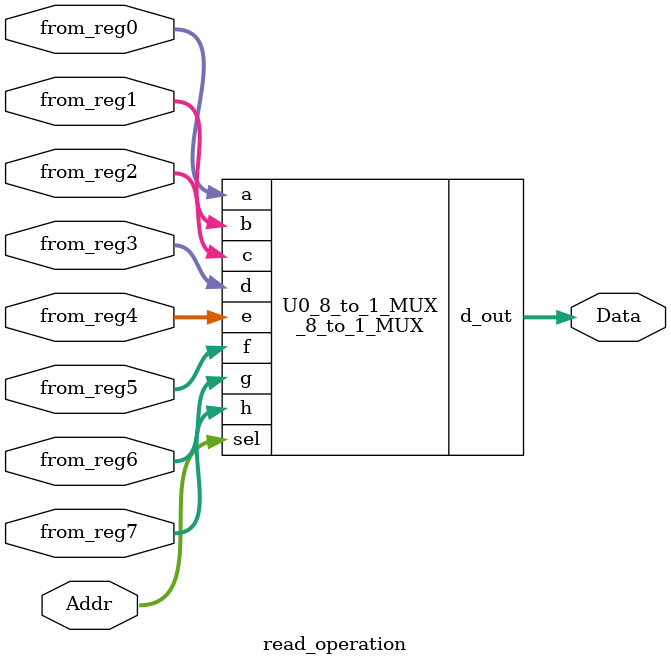
<source format=v>
module _8_to_1_MUX(a, b, c, d, e, f, g, h, sel, d_out); // 8 to 1 Mux
input	[31:0] a, b, c, d, e, f, g, h; 
input [2:0] sel; // select signal
output reg [31:0] d_out; // 32-bit output d_out
	
always @ (sel, a, b, c, d, e, f, g, h)
	begin
		case(sel)
			3'b000 : d_out = a;
			3'b001 : d_out = b;
			3'b010 : d_out = c;
			3'b011 : d_out = d;
			3'b100 : d_out = e;
			3'b101 : d_out = f;
			3'b110 : d_out = g;
			3'b111 : d_out = h;
			default : d_out = 32'bx;
		endcase
	end
endmodule

module read_operation(Addr, Data, from_reg0, from_reg1, from_reg2, from_reg3, from_reg4, from_reg5, from_reg6, from_reg7); // read operation 
input [31:0] from_reg0, from_reg1, from_reg2, from_reg3, from_reg4, from_reg5, from_reg6, from_reg7;
input [2:0] Addr; // select signal
output [31:0] Data; 

// instance 8 to 1 Mux
_8_to_1_MUX U0_8_to_1_MUX(.a(from_reg0), .b(from_reg1), .c(from_reg2), .d(from_reg3), .e(from_reg4), .f(from_reg5), .g(from_reg6), .h(from_reg7), .sel(Addr), .d_out(Data));
	
	
endmodule
	

	
</source>
